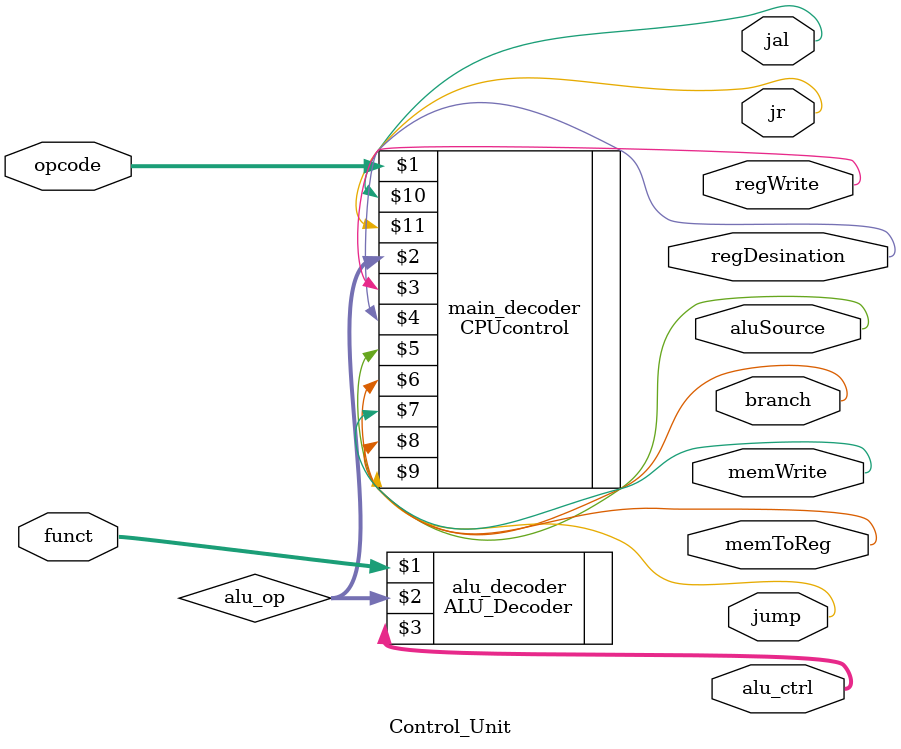
<source format=sv>

`ifndef CONTROL_UNIT
`define CONTROL_UNIT

`include "../theCPUcontrol/CPUcontrol.sv"
`include "../ALU_Decoder/ALU_Decoder.sv"

module Control_Unit(opcode, funct, regWrite, regDesination, aluSource, branch, memWrite, memToReg, jump, jal, jr, alu_ctrl);

   //
   // ---------------- PARAMETER DECLARATIONS ----------------
   //
   parameter n = 32; 
   parameter m = 6; 

   //
   // ---------------- PORT DEFINITIONS ----------------
   //
   input logic [(m-1) : 0] opcode, funct; 

   logic [1:0] alu_op; 

   output logic regWrite, regDesination, aluSource, branch, memWrite, memToReg, jump, jal, jr; 
   output logic [3:0] alu_ctrl; 

   CPUcontrol main_decoder(opcode,alu_op,regWrite, regDesination, aluSource, branch, memWrite, memToReg, jump, jal, jr);
   ALU_Decoder alu_decoder(funct,alu_op,alu_ctrl);

   //
   // ---------------- MODULE DESIGN IMPLEMENTATION ----------------
   //


endmodule

`endif // EXAMPLE


</source>
